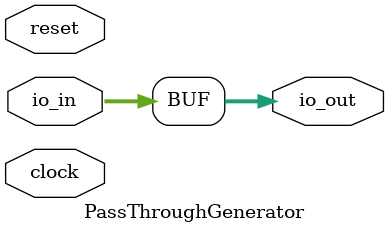
<source format=v>

module PassThroughGenerator(
  input        clock,
  input        reset,
  input  [9:0] io_in, // @[IdeaProjects/BootCamp/BC_module_example/src/main/scala/PassThroughGenerator.scala 5:14]
  output [9:0] io_out // @[IdeaProjects/BootCamp/BC_module_example/src/main/scala/PassThroughGenerator.scala 5:14]
);
  assign io_out = io_in; // @[IdeaProjects/BootCamp/BC_module_example/src/main/scala/PassThroughGenerator.scala 9:10]
endmodule

</source>
